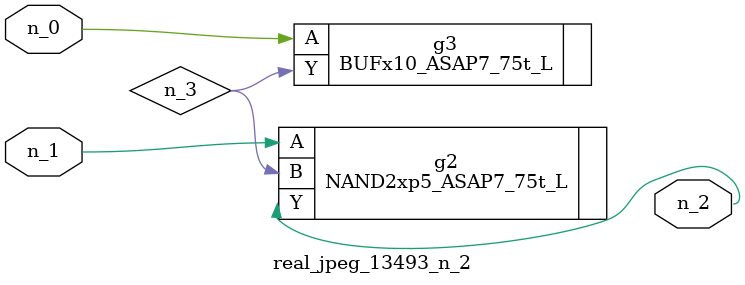
<source format=v>
module real_jpeg_13493_n_2 (n_1, n_0, n_2);

input n_1;
input n_0;

output n_2;

wire n_3;

BUFx10_ASAP7_75t_L g3 ( 
.A(n_0),
.Y(n_3)
);

NAND2xp5_ASAP7_75t_L g2 ( 
.A(n_1),
.B(n_3),
.Y(n_2)
);


endmodule
</source>
